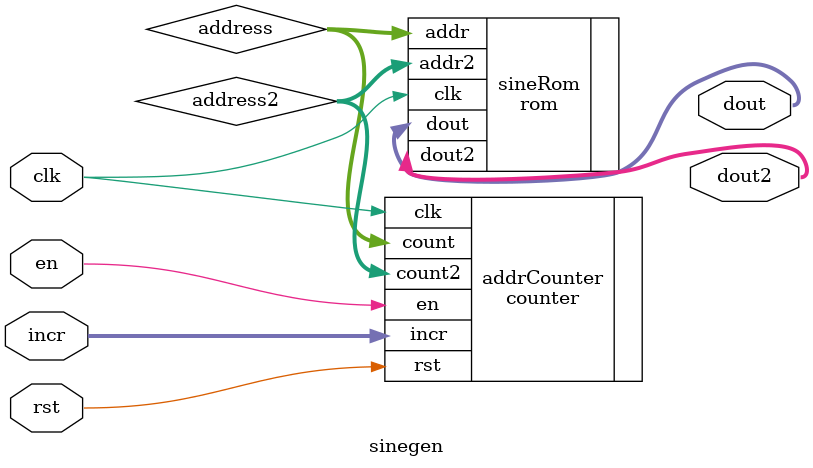
<source format=sv>
module sinegen #(
    parameter A_WIDTH = 8,
    parameter D_WIDTH = 8
)(
    input logic clk,
    input logic rst,
    input logic en,
    input logic [D_WIDTH-1:0] incr,
    output logic [D_WIDTH-1:0] dout,
    output logic [D_WIDTH-1:0] dout2
);
logic [A_WIDTH-1:0] address;
logic [A_WIDTH-1:0] address2;

counter addrCounter (
    .clk (clk),
    .rst(rst),
    .incr (incr),
    .en(en),
    .count (address),
    .count2 (address2)
);

rom sineRom(
    .clk (clk),
    .addr (address),
    .addr2 (address2),
    .dout (dout),
    .dout2 (dout2)
);

endmodule

</source>
